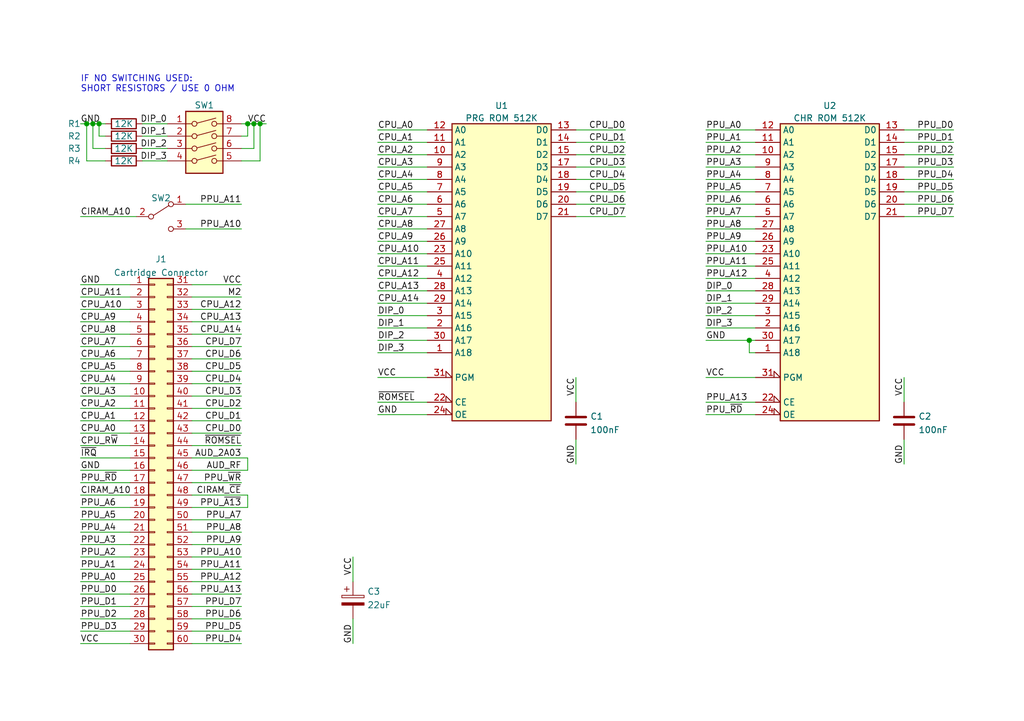
<source format=kicad_sch>
(kicad_sch (version 20211123) (generator eeschema)
  (paper "A5")
  (title_block (title "FC NROM 256x16 Board") (date "2022-09-05") (rev "0.0.1") (company "Persune"))
  (lib_symbols
    (symbol "Connector_Generic:Conn_02x30_Top_Bottom" (pin_names (offset 1.016) hide)
      (property "Reference" "J" (at 1.27 38.1 0))
      (property "Value" "Conn_02x30_Top_Bottom" (at 1.27 -40.64 0))
      (symbol "Conn_02x30_Top_Bottom_1_1"
        (rectangle (start -1.27 -37.973) (end 0 -38.227) (stroke (width 0.1524)))
        (rectangle (start -1.27 -35.433) (end 0 -35.687) (stroke (width 0.1524)))
        (rectangle (start -1.27 -32.893) (end 0 -33.147) (stroke (width 0.1524)))
        (rectangle (start -1.27 -30.353) (end 0 -30.607) (stroke (width 0.1524)))
        (rectangle (start -1.27 -27.813) (end 0 -28.067) (stroke (width 0.1524)))
        (rectangle (start -1.27 -25.273) (end 0 -25.527) (stroke (width 0.1524)))
        (rectangle (start -1.27 -22.733) (end 0 -22.987) (stroke (width 0.1524)))
        (rectangle (start -1.27 -20.193) (end 0 -20.447) (stroke (width 0.1524)))
        (rectangle (start -1.27 -17.653) (end 0 -17.907) (stroke (width 0.1524)))
        (rectangle (start -1.27 -15.113) (end 0 -15.367) (stroke (width 0.1524)))
        (rectangle (start -1.27 -12.573) (end 0 -12.827) (stroke (width 0.1524)))
        (rectangle (start -1.27 -10.033) (end 0 -10.287) (stroke (width 0.1524)))
        (rectangle (start -1.27 -7.493) (end 0 -7.747) (stroke (width 0.1524)))
        (rectangle (start -1.27 -4.953) (end 0 -5.207) (stroke (width 0.1524)))
        (rectangle (start -1.27 -2.413) (end 0 -2.667) (stroke (width 0.1524)))
        (rectangle (start -1.27 0.127) (end 0 -0.127) (stroke (width 0.1524)))
        (rectangle (start -1.27 2.667) (end 0 2.413) (stroke (width 0.1524)))
        (rectangle (start -1.27 5.207) (end 0 4.953) (stroke (width 0.1524)))
        (rectangle (start -1.27 7.747) (end 0 7.493) (stroke (width 0.1524)))
        (rectangle (start -1.27 10.287) (end 0 10.033) (stroke (width 0.1524)))
        (rectangle (start -1.27 12.827) (end 0 12.573) (stroke (width 0.1524)))
        (rectangle (start -1.27 15.367) (end 0 15.113) (stroke (width 0.1524)))
        (rectangle (start -1.27 17.907) (end 0 17.653) (stroke (width 0.1524)))
        (rectangle (start -1.27 20.447) (end 0 20.193) (stroke (width 0.1524)))
        (rectangle (start -1.27 22.987) (end 0 22.733) (stroke (width 0.1524)))
        (rectangle (start -1.27 25.527) (end 0 25.273) (stroke (width 0.1524)))
        (rectangle (start -1.27 28.067) (end 0 27.813) (stroke (width 0.1524)))
        (rectangle (start -1.27 30.607) (end 0 30.353) (stroke (width 0.1524)))
        (rectangle (start -1.27 33.147) (end 0 32.893) (stroke (width 0.1524)))
        (rectangle (start -1.27 35.687) (end 0 35.433) (stroke (width 0.1524)))
        (rectangle (start -1.27 36.83) (end 3.81 -39.37) (stroke (width 0.254)) (fill (type background)))
        (rectangle (start 3.81 -37.973) (end 2.54 -38.227) (stroke (width 0.1524)))
        (rectangle (start 3.81 -35.433) (end 2.54 -35.687) (stroke (width 0.1524)))
        (rectangle (start 3.81 -32.893) (end 2.54 -33.147) (stroke (width 0.1524)))
        (rectangle (start 3.81 -30.353) (end 2.54 -30.607) (stroke (width 0.1524)))
        (rectangle (start 3.81 -27.813) (end 2.54 -28.067) (stroke (width 0.1524)))
        (rectangle (start 3.81 -25.273) (end 2.54 -25.527) (stroke (width 0.1524)))
        (rectangle (start 3.81 -22.733) (end 2.54 -22.987) (stroke (width 0.1524)))
        (rectangle (start 3.81 -20.193) (end 2.54 -20.447) (stroke (width 0.1524)))
        (rectangle (start 3.81 -17.653) (end 2.54 -17.907) (stroke (width 0.1524)))
        (rectangle (start 3.81 -15.113) (end 2.54 -15.367) (stroke (width 0.1524)))
        (rectangle (start 3.81 -12.573) (end 2.54 -12.827) (stroke (width 0.1524)))
        (rectangle (start 3.81 -10.033) (end 2.54 -10.287) (stroke (width 0.1524)))
        (rectangle (start 3.81 -7.493) (end 2.54 -7.747) (stroke (width 0.1524)))
        (rectangle (start 3.81 -4.953) (end 2.54 -5.207) (stroke (width 0.1524)))
        (rectangle (start 3.81 -2.413) (end 2.54 -2.667) (stroke (width 0.1524)))
        (rectangle (start 3.81 0.127) (end 2.54 -0.127) (stroke (width 0.1524)))
        (rectangle (start 3.81 2.667) (end 2.54 2.413) (stroke (width 0.1524)))
        (rectangle (start 3.81 5.207) (end 2.54 4.953) (stroke (width 0.1524)))
        (rectangle (start 3.81 7.747) (end 2.54 7.493) (stroke (width 0.1524)))
        (rectangle (start 3.81 10.287) (end 2.54 10.033) (stroke (width 0.1524)))
        (rectangle (start 3.81 12.827) (end 2.54 12.573) (stroke (width 0.1524)))
        (rectangle (start 3.81 15.367) (end 2.54 15.113) (stroke (width 0.1524)))
        (rectangle (start 3.81 17.907) (end 2.54 17.653) (stroke (width 0.1524)))
        (rectangle (start 3.81 20.447) (end 2.54 20.193) (stroke (width 0.1524)))
        (rectangle (start 3.81 22.987) (end 2.54 22.733) (stroke (width 0.1524)))
        (rectangle (start 3.81 25.527) (end 2.54 25.273) (stroke (width 0.1524)))
        (rectangle (start 3.81 28.067) (end 2.54 27.813) (stroke (width 0.1524)))
        (rectangle (start 3.81 30.607) (end 2.54 30.353) (stroke (width 0.1524)))
        (rectangle (start 3.81 33.147) (end 2.54 32.893) (stroke (width 0.1524)))
        (rectangle (start 3.81 35.687) (end 2.54 35.433) (stroke (width 0.1524)))
        (pin passive line (at -5.08 35.56 0) (length 3.81) (name "Pin_1") (number "1"))
        (pin passive line (at -5.08 12.7 0) (length 3.81) (name "Pin_10") (number "10"))
        (pin passive line (at -5.08 10.16 0) (length 3.81) (name "Pin_11") (number "11"))
        (pin passive line (at -5.08 7.62 0) (length 3.81) (name "Pin_12") (number "12"))
        (pin passive line (at -5.08 5.08 0) (length 3.81) (name "Pin_13") (number "13"))
        (pin passive line (at -5.08 2.54 0) (length 3.81) (name "Pin_14") (number "14"))
        (pin passive line (at -5.08 0 0) (length 3.81) (name "Pin_15") (number "15"))
        (pin passive line (at -5.08 -2.54 0) (length 3.81) (name "Pin_16") (number "16"))
        (pin passive line (at -5.08 -5.08 0) (length 3.81) (name "Pin_17") (number "17"))
        (pin passive line (at -5.08 -7.62 0) (length 3.81) (name "Pin_18") (number "18"))
        (pin passive line (at -5.08 -10.16 0) (length 3.81) (name "Pin_19") (number "19"))
        (pin passive line (at -5.08 33.02 0) (length 3.81) (name "Pin_2") (number "2"))
        (pin passive line (at -5.08 -12.7 0) (length 3.81) (name "Pin_20") (number "20"))
        (pin passive line (at -5.08 -15.24 0) (length 3.81) (name "Pin_21") (number "21"))
        (pin passive line (at -5.08 -17.78 0) (length 3.81) (name "Pin_22") (number "22"))
        (pin passive line (at -5.08 -20.32 0) (length 3.81) (name "Pin_23") (number "23"))
        (pin passive line (at -5.08 -22.86 0) (length 3.81) (name "Pin_24") (number "24"))
        (pin passive line (at -5.08 -25.4 0) (length 3.81) (name "Pin_25") (number "25"))
        (pin passive line (at -5.08 -27.94 0) (length 3.81) (name "Pin_26") (number "26"))
        (pin passive line (at -5.08 -30.48 0) (length 3.81) (name "Pin_27") (number "27"))
        (pin passive line (at -5.08 -33.02 0) (length 3.81) (name "Pin_28") (number "28"))
        (pin passive line (at -5.08 -35.56 0) (length 3.81) (name "Pin_29") (number "29"))
        (pin passive line (at -5.08 30.48 0) (length 3.81) (name "Pin_3") (number "3"))
        (pin passive line (at -5.08 -38.1 0) (length 3.81) (name "Pin_30") (number "30"))
        (pin passive line (at 7.62 35.56 180) (length 3.81) (name "Pin_31") (number "31"))
        (pin passive line (at 7.62 33.02 180) (length 3.81) (name "Pin_32") (number "32"))
        (pin passive line (at 7.62 30.48 180) (length 3.81) (name "Pin_33") (number "33"))
        (pin passive line (at 7.62 27.94 180) (length 3.81) (name "Pin_34") (number "34"))
        (pin passive line (at 7.62 25.4 180) (length 3.81) (name "Pin_35") (number "35"))
        (pin passive line (at 7.62 22.86 180) (length 3.81) (name "Pin_36") (number "36"))
        (pin passive line (at 7.62 20.32 180) (length 3.81) (name "Pin_37") (number "37"))
        (pin passive line (at 7.62 17.78 180) (length 3.81) (name "Pin_38") (number "38"))
        (pin passive line (at 7.62 15.24 180) (length 3.81) (name "Pin_39") (number "39"))
        (pin passive line (at -5.08 27.94 0) (length 3.81) (name "Pin_4") (number "4"))
        (pin passive line (at 7.62 12.7 180) (length 3.81) (name "Pin_40") (number "40"))
        (pin passive line (at 7.62 10.16 180) (length 3.81) (name "Pin_41") (number "41"))
        (pin passive line (at 7.62 7.62 180) (length 3.81) (name "Pin_42") (number "42"))
        (pin passive line (at 7.62 5.08 180) (length 3.81) (name "Pin_43") (number "43"))
        (pin passive line (at 7.62 2.54 180) (length 3.81) (name "Pin_44") (number "44"))
        (pin passive line (at 7.62 0 180) (length 3.81) (name "Pin_45") (number "45"))
        (pin passive line (at 7.62 -2.54 180) (length 3.81) (name "Pin_46") (number "46"))
        (pin passive line (at 7.62 -5.08 180) (length 3.81) (name "Pin_47") (number "47"))
        (pin passive line (at 7.62 -7.62 180) (length 3.81) (name "Pin_48") (number "48"))
        (pin passive line (at 7.62 -10.16 180) (length 3.81) (name "Pin_49") (number "49"))
        (pin passive line (at -5.08 25.4 0) (length 3.81) (name "Pin_5") (number "5"))
        (pin passive line (at 7.62 -12.7 180) (length 3.81) (name "Pin_50") (number "50"))
        (pin passive line (at 7.62 -15.24 180) (length 3.81) (name "Pin_51") (number "51"))
        (pin passive line (at 7.62 -17.78 180) (length 3.81) (name "Pin_52") (number "52"))
        (pin passive line (at 7.62 -20.32 180) (length 3.81) (name "Pin_53") (number "53"))
        (pin passive line (at 7.62 -22.86 180) (length 3.81) (name "Pin_54") (number "54"))
        (pin passive line (at 7.62 -25.4 180) (length 3.81) (name "Pin_55") (number "55"))
        (pin passive line (at 7.62 -27.94 180) (length 3.81) (name "Pin_56") (number "56"))
        (pin passive line (at 7.62 -30.48 180) (length 3.81) (name "Pin_57") (number "57"))
        (pin passive line (at 7.62 -33.02 180) (length 3.81) (name "Pin_58") (number "58"))
        (pin passive line (at 7.62 -35.56 180) (length 3.81) (name "Pin_59") (number "59"))
        (pin passive line (at -5.08 22.86 0) (length 3.81) (name "Pin_6") (number "6"))
        (pin passive line (at 7.62 -38.1 180) (length 3.81) (name "Pin_60") (number "60"))
        (pin passive line (at -5.08 20.32 0) (length 3.81) (name "Pin_7") (number "7"))
        (pin passive line (at -5.08 17.78 0) (length 3.81) (name "Pin_8") (number "8"))
        (pin passive line (at -5.08 15.24 0) (length 3.81) (name "Pin_9") (number "9"))
      )
    )
    (symbol "Device:C" (pin_numbers hide) (pin_names (offset 0.254))
      (property "Reference" "C" (at 0.635 2.54 0))
      (property "Value" "C" (at 0.635 -2.54 0))
      (symbol "C_0_1"
        (polyline (pts (xy -2.032 -0.762) (xy 2.032 -0.762)) (stroke (width 0.508)))
        (polyline (pts (xy -2.032 0.762) (xy 2.032 0.762)) (stroke (width 0.508)))
      )
      (symbol "C_1_1"
        (pin passive line (at 0 3.81 270) (length 2.794) (name "~") (number "1"))
        (pin passive line (at 0 -3.81 90) (length 2.794) (name "~") (number "2"))
      )
    )
    (symbol "Device:C_Polarized" (pin_numbers hide) (pin_names (offset 0.254))
      (property "Reference" "C" (at 0.635 2.54 0))
      (property "Value" "C_Polarized" (at 0.635 -2.54 0))
      (symbol "C_Polarized_0_1"
        (rectangle (start -2.286 0.508) (end 2.286 1.016))
        (polyline (pts (xy -1.778 2.286) (xy -0.762 2.286)))
        (polyline (pts (xy -1.27 2.794) (xy -1.27 1.778)))
        (rectangle (start 2.286 -0.508) (end -2.286 -1.016) (fill (type outline)))
      )
      (symbol "C_Polarized_1_1"
        (pin passive line (at 0 3.81 270) (length 2.794) (name "~") (number "1"))
        (pin passive line (at 0 -3.81 90) (length 2.794) (name "~") (number "2"))
      )
    )
    (symbol "Device:R" (pin_numbers hide) (pin_names (offset 0))
      (property "Reference" "R" (at 2.032 0 90))
      (property "Value" "R" (at 0 0 90))
      (symbol "R_0_1"
        (rectangle (start -1.016 -2.54) (end 1.016 2.54) (stroke (width 0.254)))
      )
      (symbol "R_1_1"
        (pin passive line (at 0 3.81 270) (length 1.27) (name "~") (number "1"))
        (pin passive line (at 0 -3.81 90) (length 1.27) (name "~") (number "2"))
      )
    )
    (symbol "Memory_Flash:SST39SF040"
      (property "Reference" "U" (at 2.54 33.02 0))
      (property "Value" "SST39SF040" (at 0 -30.48 0))
      (symbol "SST39SF040_0_0"
        (pin power_in line (at 0 -30.48 90) (length 1.27) hide (name "GND") (number "16"))
        (pin power_in line (at 0 33.02 270) (length 1.27) hide (name "VCC") (number "32"))
      )
      (symbol "SST39SF040_0_1"
        (rectangle (start -10.16 31.75) (end 10.16 -29.21) (stroke (width 0.254)) (fill (type background)))
      )
      (symbol "SST39SF040_1_1"
        (pin input line (at -15.24 -15.24 0) (length 5.08) (name "A18") (number "1"))
        (pin input line (at -15.24 25.4 0) (length 5.08) (name "A2") (number "10"))
        (pin input line (at -15.24 27.94 0) (length 5.08) (name "A1") (number "11"))
        (pin input line (at -15.24 30.48 0) (length 5.08) (name "A0") (number "12"))
        (pin tri_state line (at 15.24 30.48 180) (length 5.08) (name "D0") (number "13"))
        (pin tri_state line (at 15.24 27.94 180) (length 5.08) (name "D1") (number "14"))
        (pin tri_state line (at 15.24 25.4 180) (length 5.08) (name "D2") (number "15"))
        (pin tri_state line (at 15.24 22.86 180) (length 5.08) (name "D3") (number "17"))
        (pin tri_state line (at 15.24 20.32 180) (length 5.08) (name "D4") (number "18"))
        (pin tri_state line (at 15.24 17.78 180) (length 5.08) (name "D5") (number "19"))
        (pin input line (at -15.24 -10.16 0) (length 5.08) (name "A16") (number "2"))
        (pin tri_state line (at 15.24 15.24 180) (length 5.08) (name "D6") (number "20"))
        (pin tri_state line (at 15.24 12.7 180) (length 5.08) (name "D7") (number "21"))
        (pin input input_low (at -15.24 -25.4 0) (length 5.08) (name "CE") (number "22"))
        (pin input line (at -15.24 5.08 0) (length 5.08) (name "A10") (number "23"))
        (pin input input_low (at -15.24 -27.94 0) (length 5.08) (name "OE") (number "24"))
        (pin input line (at -15.24 2.54 0) (length 5.08) (name "A11") (number "25"))
        (pin input line (at -15.24 7.62 0) (length 5.08) (name "A9") (number "26"))
        (pin input line (at -15.24 10.16 0) (length 5.08) (name "A8") (number "27"))
        (pin input line (at -15.24 -2.54 0) (length 5.08) (name "A13") (number "28"))
        (pin input line (at -15.24 -5.08 0) (length 5.08) (name "A14") (number "29"))
        (pin input line (at -15.24 -7.62 0) (length 5.08) (name "A15") (number "3"))
        (pin input line (at -15.24 -12.7 0) (length 5.08) (name "A17") (number "30"))
        (pin input input_low (at -15.24 -20.32 0) (length 5.08) (name "PGM") (number "31"))
        (pin input line (at -15.24 0 0) (length 5.08) (name "A12") (number "4"))
        (pin input line (at -15.24 12.7 0) (length 5.08) (name "A7") (number "5"))
        (pin input line (at -15.24 15.24 0) (length 5.08) (name "A6") (number "6"))
        (pin input line (at -15.24 17.78 0) (length 5.08) (name "A5") (number "7"))
        (pin input line (at -15.24 20.32 0) (length 5.08) (name "A4") (number "8"))
        (pin input line (at -15.24 22.86 0) (length 5.08) (name "A3") (number "9"))
      )
    )
    (symbol "Switch:SW_DIP_x04" (pin_names (offset 0) hide)
      (property "Reference" "SW" (at 0 8.89 0))
      (property "Value" "SW_DIP_x04" (at 0 -6.35 0))
      (symbol "SW_DIP_x04_0_0"
        (circle (center -2.032 -2.54) (radius 0.508))
        (circle (center -2.032 0) (radius 0.508))
        (circle (center -2.032 2.54) (radius 0.508))
        (circle (center -2.032 5.08) (radius 0.508))
        (polyline (pts (xy -1.524 -2.3876) (xy 2.3622 -1.3462)))
        (polyline (pts (xy -1.524 0.127) (xy 2.3622 1.1684)))
        (polyline (pts (xy -1.524 2.667) (xy 2.3622 3.7084)))
        (polyline (pts (xy -1.524 5.207) (xy 2.3622 6.2484)))
        (circle (center 2.032 -2.54) (radius 0.508))
        (circle (center 2.032 0) (radius 0.508))
        (circle (center 2.032 2.54) (radius 0.508))
        (circle (center 2.032 5.08) (radius 0.508))
      )
      (symbol "SW_DIP_x04_0_1"
        (rectangle (start -3.81 7.62) (end 3.81 -5.08) (stroke (width 0.254)) (fill (type background)))
      )
      (symbol "SW_DIP_x04_1_1"
        (pin passive line (at -7.62 5.08 0) (length 5.08) (name "~") (number "1"))
        (pin passive line (at -7.62 2.54 0) (length 5.08) (name "~") (number "2"))
        (pin passive line (at -7.62 0 0) (length 5.08) (name "~") (number "3"))
        (pin passive line (at -7.62 -2.54 0) (length 5.08) (name "~") (number "4"))
        (pin passive line (at 7.62 -2.54 180) (length 5.08) (name "~") (number "5"))
        (pin passive line (at 7.62 0 180) (length 5.08) (name "~") (number "6"))
        (pin passive line (at 7.62 2.54 180) (length 5.08) (name "~") (number "7"))
        (pin passive line (at 7.62 5.08 180) (length 5.08) (name "~") (number "8"))
      )
    )
    (symbol "Switch:SW_SPDT" (pin_names (offset 0) hide)
      (property "Reference" "SW" (at 0 4.318 0))
      (property "Value" "SW_SPDT" (at 0 -5.08 0))
      (symbol "SW_SPDT_0_0"
        (circle (center -2.032 0) (radius 0.508))
        (circle (center 2.032 -2.54) (radius 0.508))
      )
      (symbol "SW_SPDT_0_1"
        (polyline (pts (xy -1.524 0.254) (xy 1.651 2.286)))
        (circle (center 2.032 2.54) (radius 0.508))
      )
      (symbol "SW_SPDT_1_1"
        (pin passive line (at 5.08 2.54 180) (length 2.54) (name "A") (number "1"))
        (pin passive line (at -5.08 0 0) (length 2.54) (name "B") (number "2"))
        (pin passive line (at 5.08 -2.54 180) (length 2.54) (name "C") (number "3"))
      )
    )
    (symbol "power:GND" (power) (pin_names (offset 0))
      (property "Value" "GND" (at 0 -3.81 0))
      (symbol "GND_0_1"
        (polyline (pts (xy 0 0) (xy 0 -1.27) (xy 1.27 -1.27) (xy 0 -2.54) (xy -1.27 -1.27) (xy 0 -1.27)))
      )
      (symbol "GND_1_1"
        (pin power_in line (at 0 0 270) (length 0) hide (name "GND") (number "1"))
      )
    )
    (symbol "power:PWR_FLAG" (power) (pin_numbers hide) (pin_names (offset 0) hide)
      (property "Value" "PWR_FLAG" (at 0 3.81 0))
      (symbol "PWR_FLAG_0_0"
        (pin power_out line (at 0 0 90) (length 0) (name "pwr") (number "1"))
      )
      (symbol "PWR_FLAG_0_1"
        (polyline (pts (xy 0 0) (xy 0 1.27) (xy -1.016 1.905) (xy 0 2.54) (xy 1.016 1.905) (xy 0 1.27)))
      )
    )
    (symbol "power:VCC" (power) (pin_names (offset 0))
      (property "Value" "VCC" (at 0 3.81 0))
      (symbol "VCC_0_1"
        (polyline (pts (xy -0.762 1.27) (xy 0 2.54)))
        (polyline (pts (xy 0 0) (xy 0 2.54)))
        (polyline (pts (xy 0 2.54) (xy 0.762 1.27)))
      )
      (symbol "VCC_1_1"
        (pin power_in line (at 0 0 90) (length 0) hide (name "VCC") (number "1"))
      )
    )
  )
  (junction (at 53.34 25.4))
  (junction (at 50.8 25.4))
  (junction (at 20.32 25.4))
  (junction (at 17.78 25.4))
  (junction (at 52.07 25.4))
  (junction (at 213.36 142.24))
  (junction (at 153.67 69.85))
  (junction (at 19.05 25.4))
  (junction (at 213.36 138.43))
  (wire (pts (xy 185.42 44.45) (xy 195.58 44.45)))
  (wire (pts (xy 153.67 69.85) (xy 154.94 69.85)))
  (wire (pts (xy 16.51 127) (xy 26.67 127)))
  (wire (pts (xy 144.78 39.37) (xy 154.94 39.37)))
  (wire (pts (xy 144.78 26.67) (xy 154.94 26.67)))
  (wire (pts (xy 16.51 121.92) (xy 26.67 121.92)))
  (wire (pts (xy 20.32 25.4) (xy 21.59 25.4)))
  (wire (pts (xy 185.42 90.17) (xy 185.42 95.25)))
  (wire (pts (xy 16.51 119.38) (xy 26.67 119.38)))
  (wire (pts (xy 16.51 101.6) (xy 26.67 101.6)))
  (wire (pts (xy 17.78 33.02) (xy 21.59 33.02)))
  (wire (pts (xy 77.47 67.31) (xy 87.63 67.31)))
  (wire (pts (xy 49.53 30.48) (xy 52.07 30.48)))
  (wire (pts (xy 39.37 119.38) (xy 49.53 119.38)))
  (wire (pts (xy 77.47 62.23) (xy 87.63 62.23)))
  (wire (pts (xy 144.78 59.69) (xy 154.94 59.69)))
  (wire (pts (xy 185.42 31.75) (xy 195.58 31.75)))
  (wire (pts (xy 53.34 33.02) (xy 53.34 25.4)))
  (wire (pts (xy 77.47 52.07) (xy 87.63 52.07)))
  (wire (pts (xy 16.51 106.68) (xy 26.67 106.68)))
  (wire (pts (xy 16.51 60.96) (xy 26.67 60.96)))
  (wire (pts (xy 185.42 26.67) (xy 195.58 26.67)))
  (wire (pts (xy 144.78 77.47) (xy 154.94 77.47)))
  (wire (pts (xy 49.53 33.02) (xy 53.34 33.02)))
  (wire (pts (xy 39.37 86.36) (xy 49.53 86.36)))
  (wire (pts (xy 19.05 25.4) (xy 20.32 25.4)))
  (wire (pts (xy 17.78 25.4) (xy 17.78 33.02)))
  (wire (pts (xy 39.37 116.84) (xy 49.53 116.84)))
  (wire (pts (xy 154.94 72.39) (xy 153.67 72.39)))
  (wire (pts (xy 16.51 78.74) (xy 26.67 78.74)))
  (wire (pts (xy 118.11 77.47) (xy 118.11 82.55)))
  (wire (pts (xy 118.11 34.29) (xy 128.27 34.29)))
  (wire (pts (xy 29.21 30.48) (xy 34.29 30.48)))
  (wire (pts (xy 39.37 88.9) (xy 49.53 88.9)))
  (wire (pts (xy 20.32 27.94) (xy 20.32 25.4)))
  (wire (pts (xy 77.47 39.37) (xy 87.63 39.37)))
  (wire (pts (xy 77.47 44.45) (xy 87.63 44.45)))
  (wire (pts (xy 77.47 41.91) (xy 87.63 41.91)))
  (wire (pts (xy 39.37 58.42) (xy 49.53 58.42)))
  (wire (pts (xy 185.42 36.83) (xy 195.58 36.83)))
  (wire (pts (xy 118.11 31.75) (xy 128.27 31.75)))
  (wire (pts (xy 144.78 62.23) (xy 154.94 62.23)))
  (wire (pts (xy 144.78 85.09) (xy 154.94 85.09)))
  (wire (pts (xy 118.11 41.91) (xy 128.27 41.91)))
  (wire (pts (xy 77.47 26.67) (xy 87.63 26.67)))
  (wire (pts (xy 19.05 30.48) (xy 21.59 30.48)))
  (wire (pts (xy 16.51 114.3) (xy 26.67 114.3)))
  (wire (pts (xy 16.51 116.84) (xy 26.67 116.84)))
  (wire (pts (xy 118.11 44.45) (xy 128.27 44.45)))
  (wire (pts (xy 39.37 78.74) (xy 49.53 78.74)))
  (wire (pts (xy 16.51 76.2) (xy 26.67 76.2)))
  (wire (pts (xy 16.51 86.36) (xy 26.67 86.36)))
  (wire (pts (xy 144.78 49.53) (xy 154.94 49.53)))
  (wire (pts (xy 50.8 104.14) (xy 50.8 101.6)))
  (wire (pts (xy 17.78 25.4) (xy 19.05 25.4)))
  (wire (pts (xy 77.47 46.99) (xy 87.63 46.99)))
  (wire (pts (xy 16.51 124.46) (xy 26.67 124.46)))
  (wire (pts (xy 39.37 71.12) (xy 49.53 71.12)))
  (wire (pts (xy 16.51 93.98) (xy 26.67 93.98)))
  (wire (pts (xy 144.78 44.45) (xy 154.94 44.45)))
  (wire (pts (xy 39.37 76.2) (xy 49.53 76.2)))
  (wire (pts (xy 185.42 34.29) (xy 195.58 34.29)))
  (wire (pts (xy 153.67 72.39) (xy 153.67 69.85)))
  (wire (pts (xy 39.37 132.08) (xy 49.53 132.08)))
  (wire (pts (xy 16.51 44.45) (xy 27.94 44.45)))
  (wire (pts (xy 77.47 72.39) (xy 87.63 72.39)))
  (wire (pts (xy 50.8 25.4) (xy 49.53 25.4)))
  (wire (pts (xy 16.51 132.08) (xy 26.67 132.08)))
  (wire (pts (xy 39.37 109.22) (xy 49.53 109.22)))
  (wire (pts (xy 16.51 71.12) (xy 26.67 71.12)))
  (wire (pts (xy 144.78 46.99) (xy 154.94 46.99)))
  (wire (pts (xy 77.47 59.69) (xy 87.63 59.69)))
  (wire (pts (xy 144.78 29.21) (xy 154.94 29.21)))
  (wire (pts (xy 118.11 29.21) (xy 128.27 29.21)))
  (wire (pts (xy 144.78 67.31) (xy 154.94 67.31)))
  (wire (pts (xy 77.47 64.77) (xy 87.63 64.77)))
  (wire (pts (xy 72.39 114.3) (xy 72.39 119.38)))
  (wire (pts (xy 144.78 69.85) (xy 153.67 69.85)))
  (wire (pts (xy 20.32 27.94) (xy 21.59 27.94)))
  (wire (pts (xy 72.39 127) (xy 72.39 132.08)))
  (wire (pts (xy 50.8 27.94) (xy 50.8 25.4)))
  (wire (pts (xy 77.47 82.55) (xy 87.63 82.55)))
  (wire (pts (xy 16.51 83.82) (xy 26.67 83.82)))
  (wire (pts (xy 50.8 93.98) (xy 50.8 96.52)))
  (wire (pts (xy 39.37 121.92) (xy 49.53 121.92)))
  (wire (pts (xy 77.47 29.21) (xy 87.63 29.21)))
  (wire (pts (xy 213.36 142.24) (xy 218.44 142.24)))
  (wire (pts (xy 185.42 39.37) (xy 195.58 39.37)))
  (wire (pts (xy 16.51 73.66) (xy 26.67 73.66)))
  (wire (pts (xy 185.42 77.47) (xy 185.42 82.55)))
  (wire (pts (xy 52.07 30.48) (xy 52.07 25.4)))
  (wire (pts (xy 39.37 114.3) (xy 49.53 114.3)))
  (wire (pts (xy 29.21 33.02) (xy 34.29 33.02)))
  (wire (pts (xy 39.37 124.46) (xy 49.53 124.46)))
  (wire (pts (xy 16.51 88.9) (xy 26.67 88.9)))
  (wire (pts (xy 144.78 36.83) (xy 154.94 36.83)))
  (wire (pts (xy 144.78 64.77) (xy 154.94 64.77)))
  (wire (pts (xy 29.21 25.4) (xy 34.29 25.4)))
  (wire (pts (xy 144.78 54.61) (xy 154.94 54.61)))
  (wire (pts (xy 77.47 69.85) (xy 87.63 69.85)))
  (wire (pts (xy 77.47 34.29) (xy 87.63 34.29)))
  (wire (pts (xy 39.37 81.28) (xy 49.53 81.28)))
  (wire (pts (xy 39.37 96.52) (xy 50.8 96.52)))
  (wire (pts (xy 144.78 82.55) (xy 154.94 82.55)))
  (wire (pts (xy 144.78 41.91) (xy 154.94 41.91)))
  (wire (pts (xy 144.78 57.15) (xy 154.94 57.15)))
  (wire (pts (xy 39.37 63.5) (xy 49.53 63.5)))
  (wire (pts (xy 53.34 25.4) (xy 52.07 25.4)))
  (wire (pts (xy 118.11 39.37) (xy 128.27 39.37)))
  (wire (pts (xy 38.1 41.91) (xy 49.53 41.91)))
  (wire (pts (xy 77.47 31.75) (xy 87.63 31.75)))
  (wire (pts (xy 16.51 58.42) (xy 26.67 58.42)))
  (wire (pts (xy 39.37 91.44) (xy 49.53 91.44)))
  (wire (pts (xy 185.42 29.21) (xy 195.58 29.21)))
  (wire (pts (xy 16.51 111.76) (xy 26.67 111.76)))
  (wire (pts (xy 39.37 60.96) (xy 49.53 60.96)))
  (wire (pts (xy 77.47 36.83) (xy 87.63 36.83)))
  (wire (pts (xy 77.47 77.47) (xy 87.63 77.47)))
  (wire (pts (xy 19.05 30.48) (xy 19.05 25.4)))
  (wire (pts (xy 16.51 91.44) (xy 26.67 91.44)))
  (wire (pts (xy 39.37 111.76) (xy 49.53 111.76)))
  (wire (pts (xy 39.37 129.54) (xy 49.53 129.54)))
  (wire (pts (xy 185.42 41.91) (xy 195.58 41.91)))
  (wire (pts (xy 29.21 27.94) (xy 34.29 27.94)))
  (wire (pts (xy 213.36 138.43) (xy 218.44 138.43)))
  (wire (pts (xy 39.37 104.14) (xy 50.8 104.14)))
  (wire (pts (xy 54.61 25.4) (xy 53.34 25.4)))
  (wire (pts (xy 77.47 49.53) (xy 87.63 49.53)))
  (wire (pts (xy 144.78 52.07) (xy 154.94 52.07)))
  (wire (pts (xy 16.51 81.28) (xy 26.67 81.28)))
  (wire (pts (xy 16.51 63.5) (xy 26.67 63.5)))
  (wire (pts (xy 16.51 129.54) (xy 26.67 129.54)))
  (wire (pts (xy 16.51 109.22) (xy 26.67 109.22)))
  (wire (pts (xy 39.37 73.66) (xy 49.53 73.66)))
  (wire (pts (xy 16.51 104.14) (xy 26.67 104.14)))
  (wire (pts (xy 39.37 101.6) (xy 50.8 101.6)))
  (wire (pts (xy 49.53 27.94) (xy 50.8 27.94)))
  (wire (pts (xy 144.78 34.29) (xy 154.94 34.29)))
  (wire (pts (xy 38.1 46.99) (xy 49.53 46.99)))
  (wire (pts (xy 52.07 25.4) (xy 50.8 25.4)))
  (wire (pts (xy 118.11 26.67) (xy 128.27 26.67)))
  (wire (pts (xy 118.11 90.17) (xy 118.11 95.25)))
  (wire (pts (xy 39.37 127) (xy 49.53 127)))
  (wire (pts (xy 77.47 54.61) (xy 87.63 54.61)))
  (wire (pts (xy 16.51 99.06) (xy 26.67 99.06)))
  (wire (pts (xy 77.47 85.09) (xy 87.63 85.09)))
  (wire (pts (xy 118.11 36.83) (xy 128.27 36.83)))
  (wire (pts (xy 39.37 106.68) (xy 49.53 106.68)))
  (wire (pts (xy 39.37 99.06) (xy 49.53 99.06)))
  (wire (pts (xy 39.37 83.82) (xy 49.53 83.82)))
  (wire (pts (xy 39.37 93.98) (xy 50.8 93.98)))
  (wire (pts (xy 16.51 66.04) (xy 26.67 66.04)))
  (wire (pts (xy 39.37 68.58) (xy 49.53 68.58)))
  (wire (pts (xy 16.51 68.58) (xy 26.67 68.58)))
  (wire (pts (xy 39.37 66.04) (xy 49.53 66.04)))
  (wire (pts (xy 16.51 25.4) (xy 17.78 25.4)))
  (wire (pts (xy 16.51 96.52) (xy 26.67 96.52)))
  (wire (pts (xy 77.47 57.15) (xy 87.63 57.15)))
  (wire (pts (xy 144.78 31.75) (xy 154.94 31.75)))
  (text "IF NO SWITCHING USED:\nSHORT RESISTORS / USE 0 OHM" (at 16.51 19.05 0) (effects (font (size 1.27 1.27)) (justify left bottom)))
  (label "CPU_A0" (at 77.47 26.67 0))
  (label "~{ROMSEL}" (at 49.53 91.44 180))
  (label "CPU_A4" (at 77.47 36.83 0))
  (label "VCC" (at 54.61 25.4 180))
  (label "CPU_A14" (at 77.47 62.23 0))
  (label "VCC" (at 72.39 114.3 270))
  (label "AUD_2A03" (at 49.53 93.98 180))
  (label "PPU_D7" (at 195.58 44.45 180))
  (label "PPU_A11" (at 144.78 54.61 0))
  (label "CIRAM_~{CE}" (at 49.53 101.6 180))
  (label "GND" (at 16.51 58.42 0))
  (label "GND" (at 118.11 95.25 90))
  (label "~{ROMSEL}" (at 77.47 82.55 0))
  (label "CPU_A10" (at 77.47 52.07 0))
  (label "CPU_A2" (at 16.51 83.82 0))
  (label "CPU_A5" (at 16.51 76.2 0))
  (label "DIP_0" (at 34.29 25.4 180))
  (label "CPU_D2" (at 128.27 31.75 180))
  (label "PPU_D0" (at 16.51 121.92 0))
  (label "PPU_A9" (at 49.53 111.76 180))
  (label "PPU_A11" (at 49.53 116.84 180))
  (label "PPU_A12" (at 49.53 119.38 180))
  (label "CPU_D7" (at 128.27 44.45 180))
  (label "CPU_D3" (at 49.53 81.28 180))
  (label "PPU_A6" (at 16.51 104.14 0))
  (label "PPU_A13" (at 144.78 82.55 0))
  (label "CPU_A10" (at 16.51 63.5 0))
  (label "PPU_~{RD}" (at 16.51 99.06 0))
  (label "VCC" (at 16.51 132.08 0))
  (label "PPU_A10" (at 49.53 114.3 180))
  (label "GND" (at 218.44 142.24 180))
  (label "PPU_A0" (at 16.51 119.38 0))
  (label "CPU_A9" (at 77.47 49.53 0))
  (label "CPU_A8" (at 16.51 68.58 0))
  (label "GND" (at 72.39 132.08 90))
  (label "DIP_0" (at 77.47 64.77 0))
  (label "PPU_A5" (at 144.78 39.37 0))
  (label "PPU_A0" (at 144.78 26.67 0))
  (label "PPU_A3" (at 16.51 111.76 0))
  (label "CPU_A12" (at 77.47 57.15 0))
  (label "PPU_A5" (at 16.51 106.68 0))
  (label "CPU_A9" (at 16.51 66.04 0))
  (label "PPU_D3" (at 195.58 34.29 180))
  (label "CPU_A7" (at 16.51 71.12 0))
  (label "VCC" (at 77.47 77.47 0))
  (label "PPU_A3" (at 144.78 34.29 0))
  (label "DIP_2" (at 77.47 69.85 0))
  (label "CPU_D4" (at 128.27 36.83 180))
  (label "CPU_D5" (at 49.53 76.2 180))
  (label "PPU_D5" (at 49.53 129.54 180))
  (label "GND" (at 16.51 25.4 0))
  (label "CPU_D6" (at 128.27 41.91 180))
  (label "PPU_~{A13}" (at 49.53 104.14 180))
  (label "PPU_A2" (at 144.78 31.75 0))
  (label "VCC" (at 118.11 77.47 270))
  (label "CPU_A13" (at 77.47 59.69 0))
  (label "CPU_D3" (at 128.27 34.29 180))
  (label "CPU_A6" (at 16.51 73.66 0))
  (label "PPU_A8" (at 49.53 109.22 180))
  (label "M2" (at 49.53 60.96 180))
  (label "GND" (at 144.78 69.85 0))
  (label "AUD_RF" (at 49.53 96.52 180))
  (label "CPU_A6" (at 77.47 41.91 0))
  (label "PPU_~{WR}" (at 49.53 99.06 180))
  (label "CPU_A1" (at 16.51 86.36 0))
  (label "CPU_D5" (at 128.27 39.37 180))
  (label "CPU_D4" (at 49.53 78.74 180))
  (label "DIP_2" (at 34.29 30.48 180))
  (label "PPU_A2" (at 16.51 114.3 0))
  (label "PPU_A6" (at 144.78 41.91 0))
  (label "GND" (at 77.47 85.09 0))
  (label "PPU_D5" (at 195.58 39.37 180))
  (label "CPU_A3" (at 16.51 81.28 0))
  (label "PPU_A13" (at 49.53 121.92 180))
  (label "CPU_A7" (at 77.47 44.45 0))
  (label "PPU_D0" (at 195.58 26.67 180))
  (label "PPU_D4" (at 195.58 36.83 180))
  (label "CPU_A12" (at 49.53 63.5 180))
  (label "CPU_A3" (at 77.47 34.29 0))
  (label "CPU_D1" (at 49.53 86.36 180))
  (label "CIRAM_A10" (at 16.51 44.45 0))
  (label "CPU_D6" (at 49.53 73.66 180))
  (label "CPU_A11" (at 16.51 60.96 0))
  (label "CPU_A11" (at 77.47 54.61 0))
  (label "VCC" (at 185.42 77.47 270))
  (label "PPU_A12" (at 144.78 57.15 0))
  (label "PPU_D2" (at 195.58 31.75 180))
  (label "GND" (at 16.51 96.52 0))
  (label "PPU_D1" (at 16.51 124.46 0))
  (label "PPU_D1" (at 195.58 29.21 180))
  (label "CIRAM_A10" (at 16.51 101.6 0))
  (label "DIP_1" (at 77.47 67.31 0))
  (label "PPU_A7" (at 49.53 106.68 180))
  (label "PPU_A4" (at 144.78 36.83 0))
  (label "PPU_A10" (at 49.53 46.99 180))
  (label "PPU_A10" (at 144.78 52.07 0))
  (label "PPU_D2" (at 16.51 127 0))
  (label "PPU_D6" (at 49.53 127 180))
  (label "CPU_A8" (at 77.47 46.99 0))
  (label "CPU_A14" (at 49.53 68.58 180))
  (label "DIP_3" (at 34.29 33.02 180))
  (label "GND" (at 185.42 95.25 90))
  (label "DIP_3" (at 144.78 67.31 0))
  (label "DIP_0" (at 144.78 59.69 0))
  (label "CPU_A4" (at 16.51 78.74 0))
  (label "PPU_A7" (at 144.78 44.45 0))
  (label "PPU_A1" (at 144.78 29.21 0))
  (label "~{IRQ}" (at 16.51 93.98 0))
  (label "DIP_2" (at 144.78 64.77 0))
  (label "CPU_D1" (at 128.27 29.21 180))
  (label "CPU_D7" (at 49.53 71.12 180))
  (label "CPU_A13" (at 49.53 66.04 180))
  (label "PPU_A4" (at 16.51 109.22 0))
  (label "PPU_A11" (at 49.53 41.91 180))
  (label "VCC" (at 218.44 138.43 180))
  (label "CPU_D0" (at 128.27 26.67 180))
  (label "CPU_A5" (at 77.47 39.37 0))
  (label "CPU_D2" (at 49.53 83.82 180))
  (label "PPU_D7" (at 49.53 124.46 180))
  (label "DIP_1" (at 34.29 27.94 180))
  (label "PPU_~{RD}" (at 144.78 85.09 0))
  (label "CPU_D0" (at 49.53 88.9 180))
  (label "VCC" (at 49.53 58.42 180))
  (label "CPU_A2" (at 77.47 31.75 0))
  (label "PPU_A1" (at 16.51 116.84 0))
  (label "PPU_D4" (at 49.53 132.08 180))
  (label "PPU_A9" (at 144.78 49.53 0))
  (label "DIP_1" (at 144.78 62.23 0))
  (label "VCC" (at 144.78 77.47 0))
  (label "PPU_A8" (at 144.78 46.99 0))
  (label "DIP_3" (at 77.47 72.39 0))
  (label "CPU_A1" (at 77.47 29.21 0))
  (label "CPU_R~{W}" (at 16.51 91.44 0))
  (label "PPU_D6" (at 195.58 41.91 180))
  (label "CPU_A0" (at 16.51 88.9 0))
  (label "PPU_D3" (at 16.51 129.54 0))
  (symbol (lib_id "Switch:SW_SPDT") (at 33.02 44.45 0) (unit 1)
    (property "Reference" "SW2" (at 33.02 40.64 0))
    (property "Value" "SW_SPDT" (effects hide))
    (property "Footprint" "common_footprints:JS102011SCQN" (effects hide))
  )
  (symbol (lib_id "Device:R") (at 25.4 33.02 270) (unit 1)
    (property "Reference" "R4" (at 15.24 33.02 90))
    (property "Value" "12K" (at 25.4 33.02 90))
    (property "Footprint" "Resistor_SMD:R_0805_2012Metric" (effects hide))
  )
  (symbol (lib_id "Switch:SW_DIP_x04") (at 41.91 30.48 0) (unit 1)
    (property "Reference" "SW1" (at 41.91 21.59 0))
    (property "Value" "SW_DIP_x04" (effects hide))
    (property "Footprint" "common_footprints:DS04-254-2-04BK-SMT-ND" (effects hide))
  )
  (symbol (lib_id "Memory_Flash:SST39SF040") (at 170.18 57.15 0) (unit 1)
    (property "Reference" "U2" (at 170.18 21.7002 0))
    (property "Value" "CHR ROM 512K" (at 170.18 24.2371 0))
    (property "Footprint" "Package_DIP:DIP-32_W15.24mm" (effects hide))
    (property "Datasheet" "http://ww1.microchip.com/downloads/en/DeviceDoc/25022B.pdf" (effects hide))
  )
  (symbol (lib_id "Memory_Flash:SST39SF040") (at 102.87 57.15 0) (unit 1)
    (property "Reference" "U1" (at 102.87 21.7002 0))
    (property "Value" "PRG ROM 512K" (at 102.87 24.2371 0))
    (property "Footprint" "Package_DIP:DIP-32_W15.24mm" (effects hide))
    (property "Datasheet" "http://ww1.microchip.com/downloads/en/DeviceDoc/25022B.pdf" (effects hide))
  )
  (symbol (lib_id "Connector_Generic:Conn_02x30_Top_Bottom") (at 31.75 93.98 0) (unit 1)
    (property "Reference" "J1" (at 33.02 53.1835 0))
    (property "Value" "Cartridge Connector" (at 33.02 55.9586 0))
    (property "Footprint" "common_footprints:HVC-TGROM-01" (effects hide))
  )
  (symbol (lib_id "Device:C") (at 118.11 86.36 0) (unit 1)
    (property "Reference" "C1" (at 121.031 85.4515 0) (effects (justify left)))
    (property "Value" "100nF" (at 121.031 88.2266 0) (effects (justify left)))
    (property "Footprint" "common_footprints:C_Disc-0805_D3.0mm_W1.6mm_P2.50mm" (effects hide))
  )
  (symbol (lib_id "Device:C") (at 185.42 86.36 0) (unit 1)
    (property "Reference" "C2" (at 188.341 85.4515 0) (effects (justify left)))
    (property "Value" "100nF" (at 188.341 88.2266 0) (effects (justify left)))
    (property "Footprint" "common_footprints:C_Disc-0805_D3.0mm_W1.6mm_P2.50mm" (effects hide))
  )
  (symbol (lib_id "Device:R") (at 25.4 30.48 270) (unit 1)
    (property "Reference" "R3" (at 15.24 30.48 90))
    (property "Value" "12K" (at 25.4 30.48 90))
    (property "Footprint" "Resistor_SMD:R_0805_2012Metric" (effects hide))
  )
  (symbol (lib_id "power:GND") (at 213.36 142.24 0) (unit 1)
    (property "Reference" "#PWR02" (effects hide))
    (property "Value" "GND" (at 213.36 146.8025 0))
  )
  (symbol (lib_id "power:VCC") (at 213.36 138.43 0) (unit 1)
    (property "Reference" "#PWR01" (effects hide))
    (property "Value" "VCC" (at 213.36 134.62 0))
  )
  (symbol (lib_id "power:PWR_FLAG") (at 213.36 138.43 180) (unit 1)
    (property "Reference" "#FLG01" (effects hide))
    (property "Value" "PWR_FLAG" (effects hide))
  )
  (symbol (lib_id "Device:R") (at 25.4 27.94 270) (unit 1)
    (property "Reference" "R2" (at 15.24 27.94 90))
    (property "Value" "12K" (at 25.4 27.94 90))
    (property "Footprint" "Resistor_SMD:R_0805_2012Metric" (effects hide))
  )
  (symbol (lib_id "Device:C_Polarized") (at 72.39 123.19 0) (unit 1)
    (property "Reference" "C3" (at 75.311 121.3925 0) (effects (justify left)))
    (property "Value" "22uF" (at 75.311 124.1676 0) (effects (justify left)))
    (property "Footprint" "Capacitor_THT:CP_Radial_D4.0mm_P2.00mm" (effects hide))
  )
  (symbol (lib_id "Device:R") (at 25.4 25.4 270) (unit 1)
    (property "Reference" "R1" (at 15.24 25.4 90))
    (property "Value" "12K" (at 25.4 25.4 90))
    (property "Footprint" "Resistor_SMD:R_0805_2012Metric" (effects hide))
  )
  (symbol (lib_id "power:PWR_FLAG") (at 213.36 142.24 0) (unit 1)
    (property "Reference" "#FLG02" (effects hide))
    (property "Value" "PWR_FLAG" (effects hide))
  )
)
</source>
